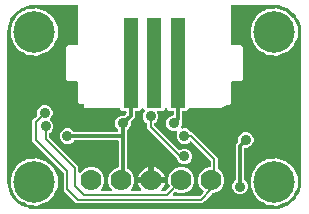
<source format=gbr>
G04 EAGLE Gerber RS-274X export*
G75*
%MOMM*%
%FSLAX34Y34*%
%LPD*%
%INBottom Copper*%
%IPPOS*%
%AMOC8*
5,1,8,0,0,1.08239X$1,22.5*%
G01*
%ADD10C,3.516000*%
%ADD11R,1.300000X7.600000*%
%ADD12C,1.778000*%
%ADD13C,0.889000*%
%ADD14C,0.203200*%
%ADD15C,0.304800*%

G36*
X101622Y-123187D02*
X101622Y-123187D01*
X101700Y-123185D01*
X105077Y-122920D01*
X105145Y-122906D01*
X105214Y-122901D01*
X105370Y-122861D01*
X111794Y-120774D01*
X111901Y-120724D01*
X112012Y-120680D01*
X112063Y-120647D01*
X112082Y-120639D01*
X112097Y-120626D01*
X112148Y-120594D01*
X117612Y-116623D01*
X117699Y-116542D01*
X117746Y-116503D01*
X117752Y-116499D01*
X117753Y-116498D01*
X117791Y-116466D01*
X117829Y-116420D01*
X117844Y-116406D01*
X117855Y-116388D01*
X117893Y-116342D01*
X119586Y-114013D01*
X119599Y-113989D01*
X119616Y-113969D01*
X119675Y-113850D01*
X119739Y-113734D01*
X119746Y-113708D01*
X119758Y-113684D01*
X119785Y-113556D01*
X119799Y-113545D01*
X119823Y-113534D01*
X119925Y-113449D01*
X120031Y-113369D01*
X120048Y-113348D01*
X120068Y-113332D01*
X120171Y-113208D01*
X121864Y-110878D01*
X121921Y-110774D01*
X121985Y-110674D01*
X122007Y-110617D01*
X122017Y-110599D01*
X122022Y-110579D01*
X122044Y-110524D01*
X124131Y-104100D01*
X124144Y-104032D01*
X124167Y-103966D01*
X124190Y-103807D01*
X124455Y-100430D01*
X124455Y-100426D01*
X124456Y-100423D01*
X124455Y-100404D01*
X124459Y-100330D01*
X124459Y26670D01*
X124457Y26692D01*
X124455Y26770D01*
X124190Y30147D01*
X124176Y30215D01*
X124171Y30284D01*
X124131Y30440D01*
X122044Y36864D01*
X121993Y36971D01*
X121950Y37082D01*
X121917Y37133D01*
X121909Y37152D01*
X121896Y37167D01*
X121864Y37218D01*
X120171Y39548D01*
X120153Y39567D01*
X120139Y39590D01*
X120044Y39683D01*
X119953Y39779D01*
X119931Y39794D01*
X119912Y39812D01*
X119798Y39878D01*
X119792Y39894D01*
X119789Y39921D01*
X119740Y40045D01*
X119697Y40170D01*
X119682Y40192D01*
X119672Y40217D01*
X119586Y40353D01*
X117893Y42682D01*
X117812Y42769D01*
X117736Y42861D01*
X117690Y42899D01*
X117676Y42914D01*
X117658Y42925D01*
X117612Y42963D01*
X116036Y44109D01*
X112148Y46934D01*
X112044Y46991D01*
X111944Y47055D01*
X111887Y47077D01*
X111869Y47087D01*
X111849Y47092D01*
X111794Y47114D01*
X105370Y49201D01*
X105302Y49214D01*
X105236Y49237D01*
X105077Y49260D01*
X101700Y49525D01*
X101678Y49524D01*
X101600Y49529D01*
X66040Y49529D01*
X65922Y49514D01*
X65803Y49507D01*
X65765Y49494D01*
X65724Y49489D01*
X65614Y49446D01*
X65501Y49409D01*
X65466Y49387D01*
X65429Y49372D01*
X65333Y49303D01*
X65232Y49239D01*
X65204Y49209D01*
X65171Y49186D01*
X65095Y49094D01*
X65014Y49007D01*
X64994Y48972D01*
X64969Y48941D01*
X64918Y48833D01*
X64860Y48729D01*
X64850Y48689D01*
X64833Y48653D01*
X64811Y48536D01*
X64781Y48421D01*
X64777Y48361D01*
X64773Y48341D01*
X64775Y48320D01*
X64771Y48260D01*
X64771Y16510D01*
X64786Y16392D01*
X64793Y16273D01*
X64806Y16235D01*
X64811Y16194D01*
X64854Y16084D01*
X64891Y15971D01*
X64913Y15936D01*
X64928Y15899D01*
X64997Y15803D01*
X65061Y15702D01*
X65091Y15674D01*
X65114Y15641D01*
X65206Y15565D01*
X65293Y15484D01*
X65328Y15464D01*
X65359Y15439D01*
X65467Y15388D01*
X65571Y15330D01*
X65611Y15320D01*
X65647Y15303D01*
X65764Y15281D01*
X65879Y15251D01*
X65939Y15247D01*
X65959Y15243D01*
X65980Y15245D01*
X66040Y15241D01*
X73442Y15241D01*
X74931Y13752D01*
X74931Y-13752D01*
X73442Y-15241D01*
X66040Y-15241D01*
X65922Y-15256D01*
X65803Y-15263D01*
X65765Y-15276D01*
X65724Y-15281D01*
X65614Y-15324D01*
X65501Y-15361D01*
X65466Y-15383D01*
X65429Y-15398D01*
X65333Y-15467D01*
X65232Y-15531D01*
X65204Y-15561D01*
X65171Y-15584D01*
X65095Y-15676D01*
X65014Y-15763D01*
X64994Y-15798D01*
X64969Y-15829D01*
X64918Y-15937D01*
X64860Y-16041D01*
X64850Y-16081D01*
X64833Y-16117D01*
X64811Y-16234D01*
X64781Y-16349D01*
X64777Y-16409D01*
X64773Y-16429D01*
X64775Y-16450D01*
X64771Y-16510D01*
X64771Y-34072D01*
X63282Y-35561D01*
X60960Y-35561D01*
X60842Y-35576D01*
X60723Y-35583D01*
X60685Y-35596D01*
X60644Y-35601D01*
X60534Y-35644D01*
X60421Y-35681D01*
X60386Y-35703D01*
X60349Y-35718D01*
X60253Y-35787D01*
X60152Y-35851D01*
X60124Y-35881D01*
X60091Y-35904D01*
X60016Y-35996D01*
X59934Y-36083D01*
X59914Y-36118D01*
X59889Y-36149D01*
X59838Y-36257D01*
X59780Y-36361D01*
X59770Y-36401D01*
X59753Y-36437D01*
X59731Y-36554D01*
X59701Y-36669D01*
X59697Y-36729D01*
X59693Y-36749D01*
X59695Y-36770D01*
X59691Y-36830D01*
X59691Y-38101D01*
X29800Y-38101D01*
X29702Y-38113D01*
X29602Y-38116D01*
X29544Y-38133D01*
X29484Y-38141D01*
X29392Y-38177D01*
X29297Y-38205D01*
X29245Y-38235D01*
X29188Y-38258D01*
X29108Y-38316D01*
X29023Y-38366D01*
X28948Y-38432D01*
X28931Y-38444D01*
X28923Y-38454D01*
X28902Y-38473D01*
X27342Y-40033D01*
X24826Y-40033D01*
X24708Y-40048D01*
X24589Y-40055D01*
X24551Y-40068D01*
X24510Y-40073D01*
X24400Y-40116D01*
X24287Y-40153D01*
X24252Y-40175D01*
X24215Y-40190D01*
X24119Y-40259D01*
X24018Y-40323D01*
X23990Y-40353D01*
X23957Y-40376D01*
X23881Y-40468D01*
X23800Y-40555D01*
X23780Y-40590D01*
X23755Y-40621D01*
X23704Y-40729D01*
X23646Y-40833D01*
X23636Y-40873D01*
X23619Y-40909D01*
X23597Y-41026D01*
X23567Y-41141D01*
X23563Y-41201D01*
X23559Y-41221D01*
X23561Y-41242D01*
X23557Y-41302D01*
X23557Y-48783D01*
X23359Y-48980D01*
X23299Y-49059D01*
X23231Y-49131D01*
X23202Y-49184D01*
X23165Y-49232D01*
X23125Y-49323D01*
X23077Y-49409D01*
X23062Y-49468D01*
X23038Y-49524D01*
X23023Y-49622D01*
X22998Y-49717D01*
X22992Y-49817D01*
X22988Y-49838D01*
X22990Y-49850D01*
X22988Y-49878D01*
X22988Y-52089D01*
X22418Y-53464D01*
X22381Y-53598D01*
X22340Y-53731D01*
X22339Y-53751D01*
X22334Y-53771D01*
X22332Y-53910D01*
X22325Y-54049D01*
X22329Y-54068D01*
X22329Y-54089D01*
X22362Y-54224D01*
X22390Y-54360D01*
X22398Y-54378D01*
X22403Y-54398D01*
X22468Y-54521D01*
X22529Y-54646D01*
X22542Y-54661D01*
X22552Y-54679D01*
X22645Y-54782D01*
X22736Y-54888D01*
X22752Y-54899D01*
X22766Y-54914D01*
X22882Y-54991D01*
X22996Y-55071D01*
X23015Y-55078D01*
X23032Y-55089D01*
X23163Y-55134D01*
X23293Y-55184D01*
X23313Y-55186D01*
X23332Y-55192D01*
X23471Y-55203D01*
X23609Y-55219D01*
X23629Y-55216D01*
X23649Y-55218D01*
X23787Y-55194D01*
X23924Y-55174D01*
X23951Y-55165D01*
X23963Y-55163D01*
X23982Y-55155D01*
X24076Y-55122D01*
X24088Y-55117D01*
X26666Y-55117D01*
X29046Y-56103D01*
X30928Y-57985D01*
X30959Y-58039D01*
X30979Y-58060D01*
X30995Y-58085D01*
X31090Y-58174D01*
X31180Y-58267D01*
X31205Y-58283D01*
X31227Y-58303D01*
X31340Y-58366D01*
X31451Y-58434D01*
X31479Y-58442D01*
X31505Y-58457D01*
X31631Y-58489D01*
X31755Y-58527D01*
X31784Y-58529D01*
X31813Y-58536D01*
X31974Y-58546D01*
X32355Y-58546D01*
X34512Y-60704D01*
X51691Y-77883D01*
X53849Y-80040D01*
X53849Y-88704D01*
X53852Y-88734D01*
X53850Y-88763D01*
X53872Y-88891D01*
X53889Y-89020D01*
X53899Y-89047D01*
X53905Y-89076D01*
X53958Y-89195D01*
X54006Y-89315D01*
X54023Y-89339D01*
X54035Y-89366D01*
X54116Y-89468D01*
X54192Y-89573D01*
X54215Y-89592D01*
X54234Y-89615D01*
X54337Y-89693D01*
X54351Y-89704D01*
X57520Y-92873D01*
X59183Y-96887D01*
X59183Y-101233D01*
X57520Y-105247D01*
X54447Y-108320D01*
X50433Y-109983D01*
X49795Y-109983D01*
X49696Y-109995D01*
X49597Y-109998D01*
X49539Y-110015D01*
X49479Y-110023D01*
X49387Y-110059D01*
X49292Y-110087D01*
X49240Y-110117D01*
X49183Y-110140D01*
X49103Y-110198D01*
X49018Y-110248D01*
X48943Y-110314D01*
X48926Y-110326D01*
X48918Y-110336D01*
X48897Y-110354D01*
X42790Y-116461D01*
X40633Y-118619D01*
X-66033Y-118619D01*
X-68190Y-116461D01*
X-76709Y-107943D01*
X-76709Y-93229D01*
X-76721Y-93130D01*
X-76724Y-93031D01*
X-76741Y-92973D01*
X-76749Y-92913D01*
X-76785Y-92821D01*
X-76813Y-92726D01*
X-76843Y-92674D01*
X-76866Y-92617D01*
X-76924Y-92537D01*
X-76974Y-92452D01*
X-77040Y-92377D01*
X-77052Y-92360D01*
X-77062Y-92352D01*
X-77080Y-92331D01*
X-103379Y-66033D01*
X-103379Y-48267D01*
X-101221Y-46110D01*
X-99530Y-44419D01*
X-99512Y-44395D01*
X-99489Y-44376D01*
X-99415Y-44270D01*
X-99335Y-44168D01*
X-99324Y-44140D01*
X-99306Y-44116D01*
X-99261Y-43995D01*
X-99209Y-43876D01*
X-99204Y-43846D01*
X-99194Y-43818D01*
X-99180Y-43690D01*
X-99159Y-43562D01*
X-99162Y-43532D01*
X-99159Y-43502D01*
X-99177Y-43374D01*
X-99188Y-43259D01*
X-99188Y-40621D01*
X-98202Y-38241D01*
X-96379Y-36418D01*
X-93999Y-35432D01*
X-91421Y-35432D01*
X-89041Y-36418D01*
X-87218Y-38241D01*
X-86232Y-40621D01*
X-86232Y-43199D01*
X-87218Y-45579D01*
X-88049Y-46410D01*
X-88122Y-46504D01*
X-88201Y-46593D01*
X-88219Y-46629D01*
X-88244Y-46661D01*
X-88291Y-46770D01*
X-88345Y-46877D01*
X-88354Y-46916D01*
X-88370Y-46953D01*
X-88389Y-47071D01*
X-88415Y-47187D01*
X-88414Y-47227D01*
X-88420Y-47267D01*
X-88409Y-47386D01*
X-88405Y-47505D01*
X-88394Y-47544D01*
X-88390Y-47584D01*
X-88350Y-47696D01*
X-88317Y-47810D01*
X-88297Y-47845D01*
X-88283Y-47883D01*
X-88216Y-47982D01*
X-88156Y-48084D01*
X-88116Y-48129D01*
X-88104Y-48146D01*
X-88089Y-48160D01*
X-88049Y-48205D01*
X-86583Y-49671D01*
X-85597Y-52051D01*
X-85597Y-54629D01*
X-86583Y-57009D01*
X-88465Y-58891D01*
X-88519Y-58922D01*
X-88540Y-58942D01*
X-88565Y-58958D01*
X-88654Y-59053D01*
X-88747Y-59143D01*
X-88763Y-59168D01*
X-88783Y-59190D01*
X-88846Y-59303D01*
X-88914Y-59414D01*
X-88922Y-59442D01*
X-88937Y-59468D01*
X-88969Y-59594D01*
X-89007Y-59718D01*
X-89009Y-59747D01*
X-89016Y-59776D01*
X-89026Y-59937D01*
X-89026Y-62346D01*
X-89014Y-62445D01*
X-89011Y-62544D01*
X-88994Y-62602D01*
X-88986Y-62662D01*
X-88950Y-62754D01*
X-88922Y-62849D01*
X-88892Y-62901D01*
X-88869Y-62958D01*
X-88811Y-63038D01*
X-88761Y-63123D01*
X-88695Y-63198D01*
X-88683Y-63215D01*
X-88673Y-63223D01*
X-88655Y-63244D01*
X-64261Y-87637D01*
X-64261Y-91470D01*
X-64245Y-91600D01*
X-64239Y-91695D01*
X-64234Y-91709D01*
X-64231Y-91746D01*
X-64224Y-91765D01*
X-64221Y-91786D01*
X-64170Y-91914D01*
X-64144Y-91987D01*
X-64141Y-91997D01*
X-64140Y-91999D01*
X-64123Y-92046D01*
X-64112Y-92062D01*
X-64104Y-92081D01*
X-64023Y-92194D01*
X-63945Y-92309D01*
X-63929Y-92322D01*
X-63918Y-92339D01*
X-63810Y-92427D01*
X-63706Y-92519D01*
X-63688Y-92528D01*
X-63673Y-92541D01*
X-63547Y-92601D01*
X-63423Y-92664D01*
X-63403Y-92668D01*
X-63385Y-92677D01*
X-63249Y-92703D01*
X-63113Y-92733D01*
X-63092Y-92733D01*
X-63073Y-92737D01*
X-62934Y-92728D01*
X-62795Y-92724D01*
X-62775Y-92718D01*
X-62755Y-92717D01*
X-62623Y-92674D01*
X-62489Y-92635D01*
X-62472Y-92625D01*
X-62453Y-92619D01*
X-62388Y-92578D01*
X-62369Y-92570D01*
X-62325Y-92538D01*
X-62215Y-92474D01*
X-62194Y-92455D01*
X-62184Y-92449D01*
X-62170Y-92434D01*
X-62119Y-92389D01*
X-62111Y-92384D01*
X-62108Y-92379D01*
X-62095Y-92367D01*
X-59527Y-89800D01*
X-55513Y-88137D01*
X-51167Y-88137D01*
X-47153Y-89800D01*
X-44080Y-92873D01*
X-42417Y-96887D01*
X-42417Y-101233D01*
X-44080Y-105247D01*
X-45123Y-106291D01*
X-45208Y-106400D01*
X-45297Y-106507D01*
X-45306Y-106526D01*
X-45318Y-106542D01*
X-45374Y-106669D01*
X-45433Y-106795D01*
X-45437Y-106815D01*
X-45445Y-106834D01*
X-45467Y-106972D01*
X-45493Y-107108D01*
X-45491Y-107128D01*
X-45495Y-107148D01*
X-45482Y-107287D01*
X-45473Y-107425D01*
X-45467Y-107444D01*
X-45465Y-107464D01*
X-45418Y-107596D01*
X-45375Y-107727D01*
X-45364Y-107745D01*
X-45357Y-107764D01*
X-45279Y-107879D01*
X-45205Y-107996D01*
X-45190Y-108010D01*
X-45179Y-108027D01*
X-45075Y-108119D01*
X-44973Y-108214D01*
X-44955Y-108224D01*
X-44940Y-108237D01*
X-44816Y-108300D01*
X-44695Y-108368D01*
X-44675Y-108373D01*
X-44657Y-108382D01*
X-44521Y-108412D01*
X-44387Y-108447D01*
X-44359Y-108449D01*
X-44347Y-108452D01*
X-44326Y-108451D01*
X-44226Y-108457D01*
X-37054Y-108457D01*
X-36916Y-108440D01*
X-36778Y-108427D01*
X-36759Y-108420D01*
X-36738Y-108417D01*
X-36609Y-108366D01*
X-36478Y-108319D01*
X-36462Y-108308D01*
X-36443Y-108300D01*
X-36331Y-108219D01*
X-36215Y-108141D01*
X-36202Y-108125D01*
X-36185Y-108114D01*
X-36097Y-108006D01*
X-36005Y-107902D01*
X-35996Y-107884D01*
X-35983Y-107869D01*
X-35923Y-107743D01*
X-35860Y-107619D01*
X-35856Y-107599D01*
X-35847Y-107581D01*
X-35821Y-107444D01*
X-35791Y-107309D01*
X-35791Y-107288D01*
X-35787Y-107269D01*
X-35796Y-107130D01*
X-35800Y-106991D01*
X-35806Y-106971D01*
X-35807Y-106951D01*
X-35850Y-106819D01*
X-35889Y-106685D01*
X-35899Y-106668D01*
X-35905Y-106649D01*
X-35980Y-106531D01*
X-36050Y-106411D01*
X-36069Y-106390D01*
X-36075Y-106380D01*
X-36090Y-106366D01*
X-36157Y-106291D01*
X-37200Y-105247D01*
X-38863Y-101233D01*
X-38863Y-96887D01*
X-37200Y-92873D01*
X-34127Y-89800D01*
X-31010Y-88509D01*
X-30985Y-88494D01*
X-30957Y-88485D01*
X-30847Y-88416D01*
X-30734Y-88352D01*
X-30713Y-88331D01*
X-30688Y-88315D01*
X-30599Y-88221D01*
X-30506Y-88130D01*
X-30490Y-88105D01*
X-30470Y-88084D01*
X-30407Y-87970D01*
X-30339Y-87859D01*
X-30331Y-87831D01*
X-30316Y-87805D01*
X-30284Y-87679D01*
X-30246Y-87555D01*
X-30244Y-87526D01*
X-30237Y-87497D01*
X-30227Y-87336D01*
X-30227Y-66421D01*
X-30242Y-66303D01*
X-30249Y-66184D01*
X-30262Y-66146D01*
X-30267Y-66105D01*
X-30310Y-65995D01*
X-30347Y-65882D01*
X-30369Y-65847D01*
X-30384Y-65810D01*
X-30453Y-65714D01*
X-30517Y-65613D01*
X-30547Y-65585D01*
X-30570Y-65552D01*
X-30662Y-65476D01*
X-30749Y-65395D01*
X-30784Y-65375D01*
X-30815Y-65350D01*
X-30923Y-65299D01*
X-31027Y-65241D01*
X-31067Y-65231D01*
X-31103Y-65214D01*
X-31220Y-65192D01*
X-31335Y-65162D01*
X-31395Y-65158D01*
X-31415Y-65154D01*
X-31436Y-65156D01*
X-31496Y-65152D01*
X-67530Y-65152D01*
X-67628Y-65164D01*
X-67727Y-65167D01*
X-67786Y-65184D01*
X-67846Y-65192D01*
X-67938Y-65228D01*
X-68033Y-65256D01*
X-68085Y-65286D01*
X-68141Y-65309D01*
X-68221Y-65367D01*
X-68307Y-65417D01*
X-68382Y-65483D01*
X-68399Y-65495D01*
X-68406Y-65505D01*
X-68428Y-65523D01*
X-69991Y-67087D01*
X-72371Y-68073D01*
X-74949Y-68073D01*
X-77329Y-67087D01*
X-79152Y-65264D01*
X-80138Y-62884D01*
X-80138Y-60306D01*
X-79152Y-57926D01*
X-77329Y-56103D01*
X-74949Y-55117D01*
X-72371Y-55117D01*
X-69991Y-56103D01*
X-68428Y-57667D01*
X-68349Y-57727D01*
X-68277Y-57795D01*
X-68224Y-57824D01*
X-68176Y-57861D01*
X-68085Y-57901D01*
X-67999Y-57949D01*
X-67940Y-57964D01*
X-67884Y-57988D01*
X-67786Y-58003D01*
X-67691Y-58028D01*
X-67591Y-58034D01*
X-67570Y-58038D01*
X-67558Y-58036D01*
X-67530Y-58038D01*
X-31657Y-58038D01*
X-31519Y-58021D01*
X-31380Y-58008D01*
X-31361Y-58001D01*
X-31341Y-57998D01*
X-31212Y-57947D01*
X-31081Y-57900D01*
X-31064Y-57889D01*
X-31046Y-57881D01*
X-30933Y-57800D01*
X-30818Y-57722D01*
X-30805Y-57706D01*
X-30788Y-57695D01*
X-30699Y-57587D01*
X-30608Y-57483D01*
X-30598Y-57465D01*
X-30585Y-57450D01*
X-30526Y-57324D01*
X-30463Y-57200D01*
X-30459Y-57180D01*
X-30450Y-57162D01*
X-30424Y-57025D01*
X-30393Y-56890D01*
X-30394Y-56869D01*
X-30390Y-56850D01*
X-30399Y-56711D01*
X-30403Y-56572D01*
X-30409Y-56552D01*
X-30410Y-56532D01*
X-30453Y-56400D01*
X-30491Y-56266D01*
X-30502Y-56249D01*
X-30508Y-56230D01*
X-30582Y-56112D01*
X-30653Y-55992D01*
X-30672Y-55971D01*
X-30678Y-55961D01*
X-30693Y-55947D01*
X-30759Y-55872D01*
X-32162Y-54469D01*
X-33148Y-52089D01*
X-33148Y-49511D01*
X-32162Y-47131D01*
X-30339Y-45308D01*
X-27959Y-44322D01*
X-25748Y-44322D01*
X-25650Y-44310D01*
X-25551Y-44307D01*
X-25493Y-44290D01*
X-25432Y-44282D01*
X-25340Y-44246D01*
X-25245Y-44218D01*
X-25193Y-44188D01*
X-25137Y-44165D01*
X-25057Y-44107D01*
X-24971Y-44057D01*
X-24896Y-43991D01*
X-24879Y-43979D01*
X-24872Y-43969D01*
X-24850Y-43951D01*
X-23928Y-43029D01*
X-23868Y-42950D01*
X-23800Y-42878D01*
X-23771Y-42825D01*
X-23734Y-42777D01*
X-23694Y-42686D01*
X-23646Y-42600D01*
X-23631Y-42541D01*
X-23607Y-42485D01*
X-23592Y-42387D01*
X-23567Y-42292D01*
X-23561Y-42192D01*
X-23557Y-42171D01*
X-23559Y-42159D01*
X-23557Y-42131D01*
X-23557Y-41302D01*
X-23572Y-41184D01*
X-23579Y-41065D01*
X-23592Y-41027D01*
X-23597Y-40986D01*
X-23640Y-40876D01*
X-23677Y-40763D01*
X-23699Y-40728D01*
X-23714Y-40691D01*
X-23783Y-40595D01*
X-23847Y-40494D01*
X-23877Y-40466D01*
X-23900Y-40433D01*
X-23992Y-40357D01*
X-24079Y-40276D01*
X-24114Y-40256D01*
X-24145Y-40231D01*
X-24253Y-40180D01*
X-24357Y-40122D01*
X-24397Y-40112D01*
X-24433Y-40095D01*
X-24550Y-40073D01*
X-24665Y-40043D01*
X-24725Y-40039D01*
X-24745Y-40035D01*
X-24766Y-40037D01*
X-24826Y-40033D01*
X-27342Y-40033D01*
X-28902Y-38473D01*
X-28980Y-38412D01*
X-29053Y-38344D01*
X-29106Y-38315D01*
X-29153Y-38278D01*
X-29244Y-38238D01*
X-29331Y-38190D01*
X-29390Y-38175D01*
X-29445Y-38151D01*
X-29543Y-38136D01*
X-29639Y-38111D01*
X-29739Y-38105D01*
X-29759Y-38101D01*
X-29772Y-38103D01*
X-29800Y-38101D01*
X-59691Y-38101D01*
X-59691Y-35560D01*
X-59706Y-35442D01*
X-59713Y-35323D01*
X-59726Y-35285D01*
X-59731Y-35244D01*
X-59774Y-35134D01*
X-59811Y-35021D01*
X-59833Y-34986D01*
X-59848Y-34949D01*
X-59918Y-34853D01*
X-59981Y-34752D01*
X-60011Y-34724D01*
X-60034Y-34691D01*
X-60126Y-34615D01*
X-60213Y-34534D01*
X-60248Y-34514D01*
X-60279Y-34489D01*
X-60387Y-34438D01*
X-60491Y-34380D01*
X-60531Y-34370D01*
X-60567Y-34353D01*
X-60684Y-34331D01*
X-60799Y-34301D01*
X-60860Y-34297D01*
X-60880Y-34293D01*
X-60900Y-34295D01*
X-60960Y-34291D01*
X-63282Y-34291D01*
X-64771Y-32802D01*
X-64771Y-16510D01*
X-64786Y-16392D01*
X-64793Y-16273D01*
X-64806Y-16235D01*
X-64811Y-16194D01*
X-64854Y-16084D01*
X-64891Y-15971D01*
X-64913Y-15936D01*
X-64928Y-15899D01*
X-64997Y-15803D01*
X-65061Y-15702D01*
X-65091Y-15674D01*
X-65114Y-15641D01*
X-65206Y-15565D01*
X-65293Y-15484D01*
X-65328Y-15464D01*
X-65359Y-15439D01*
X-65467Y-15388D01*
X-65571Y-15330D01*
X-65611Y-15320D01*
X-65647Y-15303D01*
X-65764Y-15281D01*
X-65879Y-15251D01*
X-65939Y-15247D01*
X-65959Y-15243D01*
X-65980Y-15245D01*
X-66040Y-15241D01*
X-73442Y-15241D01*
X-74931Y-13752D01*
X-74931Y13752D01*
X-73442Y15241D01*
X-66040Y15241D01*
X-65922Y15256D01*
X-65803Y15263D01*
X-65765Y15276D01*
X-65724Y15281D01*
X-65614Y15324D01*
X-65501Y15361D01*
X-65466Y15383D01*
X-65429Y15398D01*
X-65333Y15467D01*
X-65232Y15531D01*
X-65204Y15561D01*
X-65171Y15584D01*
X-65095Y15676D01*
X-65014Y15763D01*
X-64994Y15798D01*
X-64969Y15829D01*
X-64918Y15937D01*
X-64860Y16041D01*
X-64850Y16081D01*
X-64833Y16117D01*
X-64811Y16234D01*
X-64781Y16349D01*
X-64777Y16409D01*
X-64773Y16429D01*
X-64775Y16450D01*
X-64771Y16510D01*
X-64771Y48260D01*
X-64786Y48378D01*
X-64793Y48497D01*
X-64806Y48535D01*
X-64811Y48576D01*
X-64854Y48686D01*
X-64891Y48799D01*
X-64913Y48834D01*
X-64928Y48871D01*
X-64997Y48967D01*
X-65061Y49068D01*
X-65091Y49096D01*
X-65114Y49129D01*
X-65206Y49205D01*
X-65293Y49286D01*
X-65328Y49306D01*
X-65359Y49331D01*
X-65467Y49382D01*
X-65571Y49440D01*
X-65611Y49450D01*
X-65647Y49467D01*
X-65764Y49489D01*
X-65879Y49519D01*
X-65939Y49523D01*
X-65959Y49527D01*
X-65980Y49525D01*
X-66040Y49529D01*
X-101600Y49529D01*
X-101622Y49527D01*
X-101700Y49525D01*
X-105077Y49260D01*
X-105145Y49246D01*
X-105214Y49241D01*
X-105370Y49201D01*
X-108108Y48311D01*
X-108133Y48300D01*
X-108159Y48294D01*
X-108276Y48233D01*
X-108396Y48176D01*
X-108417Y48159D01*
X-108440Y48147D01*
X-108538Y48059D01*
X-108555Y48058D01*
X-108582Y48063D01*
X-108714Y48055D01*
X-108847Y48053D01*
X-108872Y48045D01*
X-108899Y48044D01*
X-109055Y48004D01*
X-111794Y47114D01*
X-111901Y47064D01*
X-112012Y47020D01*
X-112063Y46987D01*
X-112082Y46979D01*
X-112097Y46966D01*
X-112148Y46934D01*
X-117612Y42963D01*
X-117699Y42882D01*
X-117791Y42806D01*
X-117829Y42760D01*
X-117844Y42746D01*
X-117855Y42728D01*
X-117893Y42682D01*
X-121864Y37218D01*
X-121921Y37114D01*
X-121985Y37014D01*
X-122007Y36957D01*
X-122017Y36939D01*
X-122022Y36919D01*
X-122044Y36864D01*
X-124131Y30440D01*
X-124144Y30372D01*
X-124167Y30306D01*
X-124190Y30147D01*
X-124455Y26770D01*
X-124454Y26748D01*
X-124459Y26670D01*
X-124459Y-100330D01*
X-124457Y-100352D01*
X-124455Y-100430D01*
X-124190Y-103807D01*
X-124176Y-103875D01*
X-124171Y-103944D01*
X-124131Y-104100D01*
X-122044Y-110524D01*
X-121994Y-110631D01*
X-121950Y-110742D01*
X-121917Y-110793D01*
X-121909Y-110812D01*
X-121896Y-110827D01*
X-121864Y-110878D01*
X-117893Y-116342D01*
X-117873Y-116364D01*
X-117862Y-116382D01*
X-117816Y-116425D01*
X-117812Y-116429D01*
X-117736Y-116521D01*
X-117690Y-116559D01*
X-117676Y-116574D01*
X-117658Y-116585D01*
X-117612Y-116623D01*
X-112148Y-120594D01*
X-112044Y-120651D01*
X-111944Y-120715D01*
X-111887Y-120737D01*
X-111869Y-120747D01*
X-111849Y-120752D01*
X-111794Y-120774D01*
X-109055Y-121664D01*
X-109029Y-121669D01*
X-109004Y-121679D01*
X-108873Y-121699D01*
X-108743Y-121724D01*
X-108716Y-121722D01*
X-108690Y-121726D01*
X-108559Y-121712D01*
X-108545Y-121722D01*
X-108526Y-121741D01*
X-108415Y-121812D01*
X-108306Y-121888D01*
X-108281Y-121898D01*
X-108258Y-121912D01*
X-108108Y-121971D01*
X-105370Y-122861D01*
X-105302Y-122874D01*
X-105236Y-122897D01*
X-105077Y-122920D01*
X-101700Y-123185D01*
X-101678Y-123184D01*
X-101600Y-123189D01*
X101600Y-123189D01*
X101622Y-123187D01*
G37*
G36*
X37680Y-112509D02*
X37680Y-112509D01*
X37779Y-112506D01*
X37837Y-112489D01*
X37897Y-112481D01*
X37989Y-112445D01*
X38084Y-112417D01*
X38136Y-112387D01*
X38193Y-112364D01*
X38273Y-112306D01*
X38358Y-112256D01*
X38433Y-112190D01*
X38450Y-112178D01*
X38458Y-112168D01*
X38479Y-112150D01*
X41293Y-109335D01*
X41366Y-109241D01*
X41445Y-109152D01*
X41463Y-109116D01*
X41488Y-109084D01*
X41535Y-108975D01*
X41590Y-108869D01*
X41598Y-108829D01*
X41614Y-108792D01*
X41633Y-108674D01*
X41659Y-108558D01*
X41658Y-108518D01*
X41664Y-108478D01*
X41653Y-108359D01*
X41650Y-108241D01*
X41638Y-108202D01*
X41635Y-108161D01*
X41594Y-108049D01*
X41561Y-107935D01*
X41541Y-107900D01*
X41527Y-107862D01*
X41460Y-107764D01*
X41400Y-107661D01*
X41360Y-107616D01*
X41348Y-107599D01*
X41333Y-107586D01*
X41293Y-107540D01*
X39000Y-105247D01*
X37337Y-101233D01*
X37337Y-96887D01*
X39000Y-92873D01*
X42073Y-89800D01*
X46087Y-88137D01*
X46482Y-88137D01*
X46600Y-88122D01*
X46719Y-88115D01*
X46757Y-88102D01*
X46798Y-88097D01*
X46908Y-88054D01*
X47021Y-88017D01*
X47056Y-87995D01*
X47093Y-87980D01*
X47189Y-87911D01*
X47290Y-87847D01*
X47318Y-87817D01*
X47351Y-87794D01*
X47427Y-87702D01*
X47508Y-87615D01*
X47528Y-87580D01*
X47553Y-87549D01*
X47604Y-87441D01*
X47662Y-87337D01*
X47672Y-87297D01*
X47689Y-87261D01*
X47711Y-87144D01*
X47741Y-87029D01*
X47745Y-86969D01*
X47749Y-86949D01*
X47747Y-86928D01*
X47751Y-86868D01*
X47751Y-83092D01*
X47739Y-82993D01*
X47736Y-82894D01*
X47719Y-82836D01*
X47711Y-82776D01*
X47675Y-82684D01*
X47647Y-82589D01*
X47617Y-82537D01*
X47594Y-82480D01*
X47536Y-82400D01*
X47486Y-82315D01*
X47420Y-82240D01*
X47408Y-82223D01*
X47398Y-82215D01*
X47380Y-82194D01*
X31557Y-66371D01*
X31462Y-66298D01*
X31373Y-66219D01*
X31337Y-66201D01*
X31305Y-66176D01*
X31196Y-66129D01*
X31090Y-66075D01*
X31051Y-66066D01*
X31014Y-66050D01*
X30896Y-66031D01*
X30780Y-66005D01*
X30739Y-66006D01*
X30699Y-66000D01*
X30581Y-66011D01*
X30462Y-66015D01*
X30423Y-66026D01*
X30383Y-66030D01*
X30271Y-66070D01*
X30156Y-66103D01*
X30122Y-66124D01*
X30084Y-66137D01*
X29985Y-66204D01*
X29882Y-66265D01*
X29837Y-66305D01*
X29820Y-66316D01*
X29807Y-66331D01*
X29762Y-66371D01*
X29046Y-67087D01*
X26666Y-68073D01*
X24088Y-68073D01*
X21708Y-67087D01*
X19885Y-65264D01*
X18899Y-62884D01*
X18899Y-60306D01*
X19469Y-58931D01*
X19481Y-58887D01*
X19498Y-58850D01*
X19513Y-58773D01*
X19547Y-58664D01*
X19548Y-58644D01*
X19553Y-58624D01*
X19554Y-58559D01*
X19558Y-58538D01*
X19555Y-58490D01*
X19555Y-58485D01*
X19562Y-58346D01*
X19558Y-58327D01*
X19558Y-58306D01*
X19539Y-58225D01*
X19538Y-58221D01*
X19535Y-58211D01*
X19525Y-58171D01*
X19497Y-58035D01*
X19489Y-58017D01*
X19484Y-57997D01*
X19419Y-57874D01*
X19358Y-57749D01*
X19345Y-57734D01*
X19335Y-57716D01*
X19242Y-57613D01*
X19151Y-57507D01*
X19135Y-57496D01*
X19121Y-57481D01*
X19005Y-57404D01*
X18891Y-57324D01*
X18872Y-57317D01*
X18855Y-57306D01*
X18724Y-57261D01*
X18594Y-57211D01*
X18574Y-57209D01*
X18555Y-57203D01*
X18416Y-57192D01*
X18278Y-57176D01*
X18258Y-57179D01*
X18238Y-57177D01*
X18100Y-57201D01*
X17963Y-57221D01*
X17936Y-57230D01*
X17924Y-57232D01*
X17905Y-57240D01*
X17811Y-57273D01*
X17799Y-57278D01*
X15221Y-57278D01*
X12841Y-56292D01*
X11018Y-54469D01*
X10032Y-52089D01*
X10032Y-49511D01*
X11018Y-47131D01*
X12841Y-45308D01*
X15242Y-44314D01*
X15292Y-44307D01*
X15411Y-44300D01*
X15449Y-44287D01*
X15490Y-44282D01*
X15600Y-44239D01*
X15713Y-44202D01*
X15748Y-44180D01*
X15785Y-44165D01*
X15881Y-44096D01*
X15982Y-44032D01*
X16010Y-44002D01*
X16043Y-43979D01*
X16119Y-43887D01*
X16200Y-43800D01*
X16220Y-43765D01*
X16245Y-43734D01*
X16296Y-43626D01*
X16354Y-43522D01*
X16364Y-43482D01*
X16381Y-43446D01*
X16403Y-43329D01*
X16433Y-43214D01*
X16437Y-43154D01*
X16441Y-43134D01*
X16439Y-43113D01*
X16443Y-43053D01*
X16443Y-41302D01*
X16428Y-41184D01*
X16421Y-41065D01*
X16408Y-41027D01*
X16403Y-40986D01*
X16360Y-40876D01*
X16323Y-40763D01*
X16301Y-40728D01*
X16286Y-40691D01*
X16217Y-40595D01*
X16153Y-40494D01*
X16123Y-40466D01*
X16100Y-40433D01*
X16008Y-40357D01*
X15921Y-40276D01*
X15886Y-40256D01*
X15855Y-40231D01*
X15747Y-40180D01*
X15643Y-40122D01*
X15603Y-40112D01*
X15567Y-40095D01*
X15450Y-40073D01*
X15335Y-40043D01*
X15275Y-40039D01*
X15255Y-40035D01*
X15234Y-40037D01*
X15174Y-40033D01*
X12658Y-40033D01*
X11098Y-38473D01*
X11020Y-38412D01*
X10947Y-38344D01*
X10894Y-38315D01*
X10847Y-38278D01*
X10756Y-38238D01*
X10669Y-38190D01*
X10610Y-38175D01*
X10555Y-38151D01*
X10457Y-38136D01*
X10361Y-38111D01*
X10261Y-38105D01*
X10241Y-38101D01*
X10228Y-38103D01*
X10200Y-38101D01*
X9800Y-38101D01*
X9702Y-38113D01*
X9602Y-38116D01*
X9544Y-38133D01*
X9484Y-38141D01*
X9392Y-38177D01*
X9297Y-38205D01*
X9245Y-38235D01*
X9188Y-38258D01*
X9108Y-38316D01*
X9023Y-38366D01*
X8948Y-38432D01*
X8931Y-38444D01*
X8923Y-38454D01*
X8902Y-38473D01*
X7342Y-40033D01*
X3773Y-40033D01*
X3723Y-40039D01*
X3674Y-40037D01*
X3566Y-40059D01*
X3457Y-40073D01*
X3411Y-40091D01*
X3362Y-40101D01*
X3264Y-40149D01*
X3161Y-40190D01*
X3121Y-40219D01*
X3076Y-40241D01*
X2993Y-40312D01*
X2904Y-40376D01*
X2872Y-40415D01*
X2834Y-40447D01*
X2771Y-40537D01*
X2701Y-40621D01*
X2680Y-40666D01*
X2651Y-40707D01*
X2612Y-40810D01*
X2566Y-40909D01*
X2556Y-40958D01*
X2539Y-41004D01*
X2526Y-41114D01*
X2506Y-41221D01*
X2509Y-41271D01*
X2503Y-41320D01*
X2519Y-41429D01*
X2526Y-41539D01*
X2541Y-41586D01*
X2548Y-41635D01*
X2600Y-41788D01*
X3303Y-43484D01*
X3303Y-46062D01*
X2317Y-48442D01*
X435Y-50324D01*
X381Y-50355D01*
X360Y-50375D01*
X335Y-50391D01*
X246Y-50486D01*
X153Y-50576D01*
X137Y-50601D01*
X117Y-50623D01*
X54Y-50736D01*
X-14Y-50847D01*
X-22Y-50875D01*
X-37Y-50901D01*
X-69Y-51027D01*
X-107Y-51151D01*
X-109Y-51180D01*
X-116Y-51209D01*
X-126Y-51370D01*
X-126Y-51874D01*
X-114Y-51973D01*
X-111Y-52072D01*
X-94Y-52130D01*
X-86Y-52190D01*
X-50Y-52282D01*
X-22Y-52377D01*
X8Y-52429D01*
X31Y-52486D01*
X89Y-52566D01*
X139Y-52651D01*
X205Y-52726D01*
X217Y-52743D01*
X227Y-52751D01*
X245Y-52772D01*
X20418Y-72944D01*
X20441Y-72962D01*
X20460Y-72985D01*
X20566Y-73059D01*
X20669Y-73139D01*
X20696Y-73151D01*
X20720Y-73168D01*
X20842Y-73214D01*
X20961Y-73265D01*
X20990Y-73270D01*
X21018Y-73281D01*
X21147Y-73295D01*
X21275Y-73315D01*
X21304Y-73313D01*
X21334Y-73316D01*
X21462Y-73298D01*
X21592Y-73286D01*
X21619Y-73276D01*
X21649Y-73271D01*
X21801Y-73219D01*
X24111Y-72262D01*
X26689Y-72262D01*
X29069Y-73248D01*
X30892Y-75071D01*
X31878Y-77451D01*
X31878Y-80029D01*
X30892Y-82409D01*
X29069Y-84232D01*
X26689Y-85218D01*
X24111Y-85218D01*
X21731Y-84232D01*
X19908Y-82409D01*
X19050Y-80336D01*
X19045Y-80328D01*
X19042Y-80319D01*
X18966Y-80190D01*
X18892Y-80059D01*
X18885Y-80053D01*
X18881Y-80045D01*
X18774Y-79924D01*
X18482Y-79631D01*
X-4066Y-57083D01*
X-6224Y-54926D01*
X-6224Y-51370D01*
X-6227Y-51340D01*
X-6225Y-51311D01*
X-6247Y-51183D01*
X-6264Y-51054D01*
X-6274Y-51027D01*
X-6280Y-50997D01*
X-6333Y-50879D01*
X-6381Y-50758D01*
X-6398Y-50735D01*
X-6410Y-50708D01*
X-6491Y-50606D01*
X-6567Y-50501D01*
X-6590Y-50482D01*
X-6609Y-50459D01*
X-6713Y-50381D01*
X-6802Y-50307D01*
X-8667Y-48442D01*
X-9653Y-46062D01*
X-9653Y-43484D01*
X-8667Y-41104D01*
X-8366Y-40803D01*
X-8293Y-40709D01*
X-8215Y-40620D01*
X-8196Y-40584D01*
X-8171Y-40552D01*
X-8124Y-40443D01*
X-8070Y-40337D01*
X-8061Y-40297D01*
X-8045Y-40260D01*
X-8026Y-40142D01*
X-8000Y-40027D01*
X-8002Y-39986D01*
X-7995Y-39946D01*
X-8006Y-39828D01*
X-8010Y-39709D01*
X-8021Y-39670D01*
X-8025Y-39630D01*
X-8065Y-39518D01*
X-8098Y-39403D01*
X-8119Y-39368D01*
X-8133Y-39330D01*
X-8199Y-39232D01*
X-8260Y-39129D01*
X-8300Y-39084D01*
X-8311Y-39067D01*
X-8326Y-39054D01*
X-8366Y-39008D01*
X-8902Y-38473D01*
X-8980Y-38412D01*
X-9053Y-38344D01*
X-9106Y-38315D01*
X-9153Y-38278D01*
X-9244Y-38238D01*
X-9331Y-38190D01*
X-9390Y-38175D01*
X-9445Y-38151D01*
X-9543Y-38136D01*
X-9639Y-38111D01*
X-9739Y-38105D01*
X-9759Y-38101D01*
X-9772Y-38103D01*
X-9800Y-38101D01*
X-10200Y-38101D01*
X-10298Y-38113D01*
X-10398Y-38116D01*
X-10456Y-38133D01*
X-10516Y-38141D01*
X-10608Y-38177D01*
X-10703Y-38205D01*
X-10755Y-38235D01*
X-10812Y-38258D01*
X-10892Y-38316D01*
X-10977Y-38366D01*
X-11052Y-38432D01*
X-11069Y-38444D01*
X-11077Y-38454D01*
X-11098Y-38473D01*
X-12658Y-40033D01*
X-15174Y-40033D01*
X-15292Y-40048D01*
X-15411Y-40055D01*
X-15449Y-40068D01*
X-15490Y-40073D01*
X-15600Y-40116D01*
X-15713Y-40153D01*
X-15748Y-40175D01*
X-15785Y-40190D01*
X-15881Y-40259D01*
X-15982Y-40323D01*
X-16010Y-40353D01*
X-16043Y-40376D01*
X-16119Y-40468D01*
X-16200Y-40555D01*
X-16220Y-40590D01*
X-16245Y-40621D01*
X-16296Y-40729D01*
X-16354Y-40833D01*
X-16364Y-40873D01*
X-16381Y-40909D01*
X-16403Y-41026D01*
X-16433Y-41141D01*
X-16437Y-41201D01*
X-16441Y-41221D01*
X-16439Y-41242D01*
X-16443Y-41302D01*
X-16443Y-45603D01*
X-19821Y-48980D01*
X-19881Y-49059D01*
X-19949Y-49131D01*
X-19978Y-49184D01*
X-20015Y-49232D01*
X-20055Y-49323D01*
X-20103Y-49409D01*
X-20118Y-49468D01*
X-20142Y-49524D01*
X-20157Y-49622D01*
X-20182Y-49717D01*
X-20188Y-49817D01*
X-20192Y-49838D01*
X-20190Y-49850D01*
X-20192Y-49878D01*
X-20192Y-52089D01*
X-21178Y-54469D01*
X-22742Y-56032D01*
X-22802Y-56111D01*
X-22870Y-56183D01*
X-22899Y-56236D01*
X-22936Y-56284D01*
X-22976Y-56375D01*
X-23024Y-56461D01*
X-23039Y-56520D01*
X-23063Y-56576D01*
X-23078Y-56674D01*
X-23103Y-56769D01*
X-23109Y-56869D01*
X-23113Y-56890D01*
X-23111Y-56902D01*
X-23113Y-56930D01*
X-23113Y-88389D01*
X-23110Y-88418D01*
X-23112Y-88447D01*
X-23090Y-88575D01*
X-23073Y-88704D01*
X-23063Y-88732D01*
X-23058Y-88761D01*
X-23004Y-88879D01*
X-22956Y-89000D01*
X-22939Y-89024D01*
X-22927Y-89051D01*
X-22846Y-89152D01*
X-22770Y-89257D01*
X-22747Y-89276D01*
X-22728Y-89299D01*
X-22625Y-89377D01*
X-22525Y-89460D01*
X-22498Y-89473D01*
X-22474Y-89490D01*
X-22330Y-89561D01*
X-21753Y-89800D01*
X-18680Y-92873D01*
X-17017Y-96887D01*
X-17017Y-101233D01*
X-18680Y-105247D01*
X-19723Y-106291D01*
X-19808Y-106400D01*
X-19897Y-106507D01*
X-19906Y-106526D01*
X-19918Y-106542D01*
X-19974Y-106669D01*
X-20033Y-106795D01*
X-20037Y-106815D01*
X-20045Y-106834D01*
X-20067Y-106972D01*
X-20093Y-107108D01*
X-20091Y-107128D01*
X-20095Y-107148D01*
X-20082Y-107287D01*
X-20073Y-107425D01*
X-20067Y-107444D01*
X-20065Y-107464D01*
X-20018Y-107596D01*
X-19975Y-107727D01*
X-19964Y-107745D01*
X-19957Y-107764D01*
X-19879Y-107879D01*
X-19805Y-107996D01*
X-19790Y-108010D01*
X-19779Y-108027D01*
X-19675Y-108119D01*
X-19573Y-108214D01*
X-19555Y-108224D01*
X-19540Y-108237D01*
X-19416Y-108300D01*
X-19295Y-108368D01*
X-19275Y-108373D01*
X-19257Y-108382D01*
X-19121Y-108412D01*
X-18987Y-108447D01*
X-18959Y-108449D01*
X-18947Y-108452D01*
X-18926Y-108451D01*
X-18826Y-108457D01*
X-12333Y-108457D01*
X-12293Y-108452D01*
X-12253Y-108455D01*
X-12136Y-108432D01*
X-12017Y-108417D01*
X-11980Y-108403D01*
X-11941Y-108395D01*
X-11833Y-108344D01*
X-11721Y-108300D01*
X-11689Y-108277D01*
X-11653Y-108260D01*
X-11561Y-108184D01*
X-11464Y-108114D01*
X-11439Y-108083D01*
X-11408Y-108058D01*
X-11338Y-107961D01*
X-11261Y-107869D01*
X-11244Y-107833D01*
X-11221Y-107800D01*
X-11177Y-107689D01*
X-11126Y-107581D01*
X-11118Y-107542D01*
X-11104Y-107505D01*
X-11088Y-107386D01*
X-11066Y-107269D01*
X-11068Y-107229D01*
X-11063Y-107189D01*
X-11078Y-107071D01*
X-11086Y-106951D01*
X-11098Y-106913D01*
X-11103Y-106874D01*
X-11147Y-106762D01*
X-11184Y-106649D01*
X-11205Y-106615D01*
X-11220Y-106578D01*
X-11306Y-106442D01*
X-12316Y-105051D01*
X-13133Y-103448D01*
X-13689Y-101737D01*
X-13717Y-101559D01*
X-3770Y-101559D01*
X-3652Y-101544D01*
X-3533Y-101537D01*
X-3495Y-101524D01*
X-3455Y-101519D01*
X-3344Y-101476D01*
X-3231Y-101439D01*
X-3197Y-101417D01*
X-3159Y-101402D01*
X-3063Y-101333D01*
X-2962Y-101269D01*
X-2934Y-101239D01*
X-2902Y-101216D01*
X-2826Y-101124D01*
X-2744Y-101037D01*
X-2725Y-101002D01*
X-2699Y-100971D01*
X-2648Y-100863D01*
X-2591Y-100759D01*
X-2581Y-100719D01*
X-2563Y-100683D01*
X-2543Y-100576D01*
X-2539Y-100606D01*
X-2495Y-100716D01*
X-2459Y-100829D01*
X-2437Y-100864D01*
X-2422Y-100901D01*
X-2352Y-100997D01*
X-2289Y-101098D01*
X-2259Y-101126D01*
X-2235Y-101159D01*
X-2144Y-101235D01*
X-2057Y-101316D01*
X-2022Y-101336D01*
X-1990Y-101361D01*
X-1883Y-101412D01*
X-1778Y-101470D01*
X-1739Y-101480D01*
X-1703Y-101497D01*
X-1586Y-101519D01*
X-1470Y-101549D01*
X-1410Y-101553D01*
X-1390Y-101557D01*
X-1370Y-101555D01*
X-1310Y-101559D01*
X8637Y-101559D01*
X8609Y-101737D01*
X8053Y-103448D01*
X7236Y-105051D01*
X6226Y-106442D01*
X6207Y-106477D01*
X6181Y-106507D01*
X6130Y-106616D01*
X6073Y-106721D01*
X6063Y-106759D01*
X6046Y-106795D01*
X6023Y-106912D01*
X5993Y-107029D01*
X5993Y-107069D01*
X5986Y-107108D01*
X5993Y-107227D01*
X5993Y-107347D01*
X6003Y-107385D01*
X6006Y-107425D01*
X6043Y-107539D01*
X6072Y-107655D01*
X6091Y-107690D01*
X6104Y-107727D01*
X6168Y-107829D01*
X6225Y-107933D01*
X6253Y-107962D01*
X6274Y-107996D01*
X6361Y-108078D01*
X6443Y-108165D01*
X6477Y-108187D01*
X6506Y-108214D01*
X6610Y-108272D01*
X6711Y-108336D01*
X6749Y-108348D01*
X6784Y-108368D01*
X6900Y-108397D01*
X7014Y-108435D01*
X7053Y-108437D01*
X7092Y-108447D01*
X7253Y-108457D01*
X8625Y-108457D01*
X8724Y-108445D01*
X8823Y-108442D01*
X8881Y-108425D01*
X8941Y-108417D01*
X9033Y-108381D01*
X9128Y-108353D01*
X9180Y-108323D01*
X9237Y-108300D01*
X9317Y-108242D01*
X9402Y-108192D01*
X9477Y-108126D01*
X9494Y-108114D01*
X9502Y-108104D01*
X9523Y-108086D01*
X12638Y-104971D01*
X12656Y-104947D01*
X12678Y-104928D01*
X12753Y-104822D01*
X12833Y-104720D01*
X12844Y-104692D01*
X12861Y-104668D01*
X12907Y-104547D01*
X12959Y-104428D01*
X12964Y-104399D01*
X12974Y-104371D01*
X12988Y-104242D01*
X13009Y-104114D01*
X13006Y-104084D01*
X13009Y-104055D01*
X12991Y-103926D01*
X12979Y-103797D01*
X12969Y-103769D01*
X12965Y-103740D01*
X12913Y-103588D01*
X11937Y-101233D01*
X11937Y-96887D01*
X13600Y-92873D01*
X16673Y-89800D01*
X20687Y-88137D01*
X25033Y-88137D01*
X29047Y-89800D01*
X32120Y-92873D01*
X33783Y-96887D01*
X33783Y-101233D01*
X32120Y-105247D01*
X29047Y-108320D01*
X25033Y-109983D01*
X20687Y-109983D01*
X18332Y-109007D01*
X18304Y-108999D01*
X18278Y-108986D01*
X18151Y-108958D01*
X18026Y-108923D01*
X17996Y-108923D01*
X17967Y-108916D01*
X17838Y-108920D01*
X17708Y-108918D01*
X17679Y-108925D01*
X17649Y-108926D01*
X17525Y-108962D01*
X17398Y-108992D01*
X17372Y-109006D01*
X17344Y-109014D01*
X17232Y-109080D01*
X17117Y-109141D01*
X17095Y-109161D01*
X17070Y-109176D01*
X16949Y-109282D01*
X15877Y-110355D01*
X15792Y-110464D01*
X15703Y-110571D01*
X15695Y-110590D01*
X15682Y-110606D01*
X15627Y-110734D01*
X15568Y-110859D01*
X15564Y-110879D01*
X15556Y-110898D01*
X15534Y-111036D01*
X15508Y-111172D01*
X15509Y-111192D01*
X15506Y-111212D01*
X15519Y-111351D01*
X15528Y-111489D01*
X15534Y-111508D01*
X15536Y-111528D01*
X15583Y-111660D01*
X15626Y-111791D01*
X15636Y-111809D01*
X15643Y-111828D01*
X15721Y-111943D01*
X15796Y-112060D01*
X15811Y-112074D01*
X15822Y-112091D01*
X15926Y-112183D01*
X16027Y-112278D01*
X16045Y-112288D01*
X16060Y-112301D01*
X16184Y-112365D01*
X16306Y-112432D01*
X16325Y-112437D01*
X16344Y-112446D01*
X16479Y-112476D01*
X16614Y-112511D01*
X16642Y-112513D01*
X16654Y-112516D01*
X16674Y-112515D01*
X16775Y-112521D01*
X37581Y-112521D01*
X37680Y-112509D01*
G37*
%LPC*%
G36*
X99876Y7050D02*
X99876Y7050D01*
X99858Y7050D01*
X99743Y7057D01*
X97699Y7057D01*
X97151Y7284D01*
X97053Y7311D01*
X96957Y7347D01*
X96865Y7362D01*
X96844Y7368D01*
X96830Y7368D01*
X96798Y7374D01*
X95379Y7523D01*
X92415Y9234D01*
X92413Y9235D01*
X92410Y9237D01*
X92266Y9308D01*
X90490Y10043D01*
X89893Y10640D01*
X89826Y10692D01*
X89765Y10753D01*
X89651Y10828D01*
X89642Y10835D01*
X89638Y10837D01*
X89631Y10842D01*
X88129Y11709D01*
X86339Y14173D01*
X86326Y14187D01*
X86316Y14203D01*
X86209Y14324D01*
X84973Y15560D01*
X84557Y16566D01*
X84522Y16626D01*
X84497Y16690D01*
X84411Y16826D01*
X83208Y18481D01*
X82647Y21119D01*
X82636Y21153D01*
X82631Y21189D01*
X82579Y21341D01*
X81987Y22769D01*
X81987Y24092D01*
X81981Y24144D01*
X81983Y24196D01*
X81960Y24356D01*
X81468Y26670D01*
X81960Y28984D01*
X81964Y29037D01*
X81977Y29087D01*
X81987Y29248D01*
X81987Y30571D01*
X82579Y31999D01*
X82588Y32033D01*
X82604Y32065D01*
X82647Y32221D01*
X83208Y34859D01*
X84411Y36514D01*
X84444Y36575D01*
X84486Y36630D01*
X84557Y36774D01*
X84973Y37780D01*
X86209Y39016D01*
X86221Y39031D01*
X86236Y39043D01*
X86339Y39167D01*
X88129Y41631D01*
X89631Y42498D01*
X89699Y42550D01*
X89773Y42594D01*
X89875Y42684D01*
X89884Y42691D01*
X89887Y42694D01*
X89893Y42700D01*
X90490Y43297D01*
X92266Y44032D01*
X92268Y44034D01*
X92271Y44034D01*
X92415Y44106D01*
X95379Y45817D01*
X96798Y45966D01*
X96897Y45990D01*
X96999Y46004D01*
X97087Y46034D01*
X97108Y46039D01*
X97120Y46045D01*
X97151Y46056D01*
X97699Y46283D01*
X99743Y46283D01*
X99760Y46285D01*
X99876Y46290D01*
X103704Y46692D01*
X104773Y46345D01*
X104890Y46323D01*
X105005Y46293D01*
X105065Y46289D01*
X105085Y46285D01*
X105106Y46287D01*
X105165Y46283D01*
X105501Y46283D01*
X107409Y45493D01*
X107430Y45487D01*
X107503Y45458D01*
X111666Y44105D01*
X112278Y43555D01*
X112389Y43477D01*
X112497Y43396D01*
X112527Y43381D01*
X112539Y43373D01*
X112559Y43366D01*
X112641Y43325D01*
X112710Y43297D01*
X114005Y42002D01*
X114019Y41991D01*
X114053Y41956D01*
X117710Y38663D01*
X117732Y38648D01*
X117750Y38629D01*
X117862Y38558D01*
X117910Y38524D01*
X117914Y38487D01*
X117924Y38462D01*
X117929Y38436D01*
X117985Y38285D01*
X118100Y38026D01*
X118179Y37896D01*
X118450Y37241D01*
X118455Y37233D01*
X118463Y37211D01*
X121292Y30856D01*
X121292Y22484D01*
X118463Y16129D01*
X118460Y16119D01*
X118450Y16099D01*
X118194Y15481D01*
X118175Y15457D01*
X118170Y15449D01*
X118168Y15445D01*
X118163Y15434D01*
X118100Y15314D01*
X117887Y14836D01*
X114053Y11384D01*
X114041Y11370D01*
X114005Y11338D01*
X112710Y10043D01*
X112641Y10015D01*
X112524Y9948D01*
X112404Y9885D01*
X112377Y9864D01*
X112365Y9857D01*
X112349Y9842D01*
X112278Y9785D01*
X111666Y9235D01*
X107502Y7882D01*
X107483Y7873D01*
X107409Y7847D01*
X105501Y7057D01*
X105165Y7057D01*
X105047Y7042D01*
X104929Y7035D01*
X104870Y7020D01*
X104850Y7017D01*
X104831Y7010D01*
X104773Y6995D01*
X103704Y6648D01*
X99876Y7050D01*
G37*
%LPD*%
%LPC*%
G36*
X99876Y-119950D02*
X99876Y-119950D01*
X99858Y-119950D01*
X99743Y-119943D01*
X97699Y-119943D01*
X97151Y-119716D01*
X97053Y-119689D01*
X96957Y-119653D01*
X96865Y-119638D01*
X96844Y-119632D01*
X96830Y-119632D01*
X96798Y-119626D01*
X95379Y-119477D01*
X92415Y-117766D01*
X92413Y-117765D01*
X92410Y-117763D01*
X92266Y-117692D01*
X90490Y-116957D01*
X89893Y-116360D01*
X89826Y-116308D01*
X89765Y-116247D01*
X89651Y-116172D01*
X89642Y-116165D01*
X89638Y-116163D01*
X89631Y-116158D01*
X88129Y-115291D01*
X86339Y-112827D01*
X86326Y-112813D01*
X86316Y-112797D01*
X86209Y-112676D01*
X84973Y-111440D01*
X84557Y-110434D01*
X84522Y-110374D01*
X84497Y-110310D01*
X84411Y-110174D01*
X83208Y-108519D01*
X82647Y-105881D01*
X82636Y-105847D01*
X82631Y-105811D01*
X82579Y-105659D01*
X81987Y-104231D01*
X81987Y-102908D01*
X81981Y-102856D01*
X81983Y-102804D01*
X81960Y-102644D01*
X81468Y-100330D01*
X81960Y-98016D01*
X81964Y-97963D01*
X81977Y-97913D01*
X81987Y-97752D01*
X81987Y-96429D01*
X82579Y-95001D01*
X82588Y-94967D01*
X82604Y-94935D01*
X82647Y-94779D01*
X83208Y-92141D01*
X84411Y-90486D01*
X84444Y-90425D01*
X84486Y-90370D01*
X84557Y-90226D01*
X84973Y-89220D01*
X86209Y-87984D01*
X86221Y-87969D01*
X86236Y-87957D01*
X86339Y-87833D01*
X88129Y-85369D01*
X89631Y-84502D01*
X89699Y-84450D01*
X89773Y-84406D01*
X89875Y-84316D01*
X89884Y-84309D01*
X89887Y-84306D01*
X89893Y-84300D01*
X90490Y-83703D01*
X92266Y-82968D01*
X92268Y-82966D01*
X92271Y-82966D01*
X92415Y-82894D01*
X95379Y-81183D01*
X96798Y-81034D01*
X96897Y-81010D01*
X96999Y-80996D01*
X97087Y-80966D01*
X97108Y-80961D01*
X97120Y-80955D01*
X97151Y-80944D01*
X97699Y-80717D01*
X99743Y-80717D01*
X99760Y-80715D01*
X99876Y-80710D01*
X103704Y-80308D01*
X104773Y-80655D01*
X104890Y-80677D01*
X105005Y-80707D01*
X105065Y-80711D01*
X105085Y-80715D01*
X105106Y-80713D01*
X105165Y-80717D01*
X105501Y-80717D01*
X107409Y-81507D01*
X107430Y-81513D01*
X107503Y-81542D01*
X111666Y-82895D01*
X112278Y-83445D01*
X112389Y-83523D01*
X112497Y-83604D01*
X112527Y-83619D01*
X112539Y-83627D01*
X112559Y-83634D01*
X112641Y-83675D01*
X112710Y-83703D01*
X114005Y-84998D01*
X114019Y-85009D01*
X114053Y-85044D01*
X117887Y-88496D01*
X118100Y-88974D01*
X118179Y-89104D01*
X118450Y-89759D01*
X118455Y-89767D01*
X118463Y-89789D01*
X121292Y-96144D01*
X121292Y-104516D01*
X118463Y-110871D01*
X118460Y-110881D01*
X118450Y-110901D01*
X118194Y-111519D01*
X118175Y-111543D01*
X118170Y-111552D01*
X118168Y-111555D01*
X118163Y-111565D01*
X118100Y-111686D01*
X117985Y-111945D01*
X117977Y-111971D01*
X117964Y-111994D01*
X117931Y-112123D01*
X117914Y-112178D01*
X117880Y-112194D01*
X117860Y-112211D01*
X117836Y-112223D01*
X117710Y-112323D01*
X114053Y-115616D01*
X114041Y-115630D01*
X114005Y-115662D01*
X112710Y-116957D01*
X112641Y-116985D01*
X112524Y-117052D01*
X112404Y-117115D01*
X112377Y-117136D01*
X112365Y-117143D01*
X112349Y-117158D01*
X112278Y-117215D01*
X111666Y-117765D01*
X107502Y-119118D01*
X107483Y-119127D01*
X107409Y-119153D01*
X105501Y-119943D01*
X105165Y-119943D01*
X105047Y-119958D01*
X104929Y-119965D01*
X104870Y-119980D01*
X104850Y-119983D01*
X104831Y-119990D01*
X104773Y-120005D01*
X103704Y-120352D01*
X99876Y-119950D01*
G37*
%LPD*%
%LPC*%
G36*
X-103324Y-119950D02*
X-103324Y-119950D01*
X-103342Y-119950D01*
X-103457Y-119943D01*
X-105501Y-119943D01*
X-106049Y-119716D01*
X-106147Y-119689D01*
X-106243Y-119653D01*
X-106335Y-119638D01*
X-106356Y-119632D01*
X-106370Y-119632D01*
X-106402Y-119626D01*
X-107584Y-119502D01*
X-107610Y-119503D01*
X-107636Y-119498D01*
X-107769Y-119506D01*
X-107827Y-119507D01*
X-107853Y-119480D01*
X-107875Y-119465D01*
X-107894Y-119447D01*
X-108028Y-119358D01*
X-110785Y-117766D01*
X-110787Y-117765D01*
X-110790Y-117763D01*
X-110934Y-117692D01*
X-112710Y-116957D01*
X-113307Y-116360D01*
X-113374Y-116308D01*
X-113435Y-116247D01*
X-113549Y-116172D01*
X-113558Y-116165D01*
X-113562Y-116163D01*
X-113569Y-116158D01*
X-115071Y-115291D01*
X-116861Y-112827D01*
X-116874Y-112813D01*
X-116884Y-112797D01*
X-116991Y-112676D01*
X-118227Y-111440D01*
X-118643Y-110434D01*
X-118678Y-110374D01*
X-118703Y-110310D01*
X-118789Y-110174D01*
X-119992Y-108519D01*
X-120553Y-105881D01*
X-120564Y-105847D01*
X-120569Y-105811D01*
X-120621Y-105659D01*
X-121213Y-104231D01*
X-121213Y-102908D01*
X-121219Y-102856D01*
X-121217Y-102804D01*
X-121240Y-102644D01*
X-121732Y-100330D01*
X-121240Y-98016D01*
X-121236Y-97963D01*
X-121223Y-97913D01*
X-121213Y-97752D01*
X-121213Y-96429D01*
X-120621Y-95001D01*
X-120612Y-94967D01*
X-120596Y-94935D01*
X-120553Y-94779D01*
X-119992Y-92141D01*
X-118789Y-90486D01*
X-118756Y-90425D01*
X-118714Y-90370D01*
X-118643Y-90226D01*
X-118227Y-89220D01*
X-116991Y-87984D01*
X-116979Y-87969D01*
X-116964Y-87957D01*
X-116861Y-87833D01*
X-115071Y-85369D01*
X-113569Y-84502D01*
X-113501Y-84450D01*
X-113427Y-84406D01*
X-113325Y-84316D01*
X-113316Y-84309D01*
X-113313Y-84306D01*
X-113307Y-84300D01*
X-112710Y-83703D01*
X-110934Y-82968D01*
X-110932Y-82966D01*
X-110929Y-82966D01*
X-110785Y-82894D01*
X-107821Y-81183D01*
X-106402Y-81034D01*
X-106303Y-81010D01*
X-106201Y-80996D01*
X-106113Y-80966D01*
X-106092Y-80961D01*
X-106080Y-80955D01*
X-106049Y-80944D01*
X-105501Y-80717D01*
X-103457Y-80717D01*
X-103440Y-80715D01*
X-103324Y-80710D01*
X-99496Y-80308D01*
X-98427Y-80655D01*
X-98310Y-80677D01*
X-98195Y-80707D01*
X-98135Y-80711D01*
X-98115Y-80715D01*
X-98094Y-80713D01*
X-98035Y-80717D01*
X-97699Y-80717D01*
X-95791Y-81507D01*
X-95770Y-81513D01*
X-95697Y-81542D01*
X-91534Y-82895D01*
X-90922Y-83445D01*
X-90811Y-83523D01*
X-90703Y-83604D01*
X-90673Y-83619D01*
X-90661Y-83627D01*
X-90641Y-83634D01*
X-90559Y-83675D01*
X-90490Y-83703D01*
X-89195Y-84998D01*
X-89181Y-85009D01*
X-89147Y-85044D01*
X-85313Y-88496D01*
X-85100Y-88974D01*
X-85021Y-89104D01*
X-84750Y-89759D01*
X-84745Y-89767D01*
X-84737Y-89789D01*
X-81908Y-96144D01*
X-81908Y-104516D01*
X-84737Y-110871D01*
X-84740Y-110881D01*
X-84750Y-110901D01*
X-85006Y-111519D01*
X-85025Y-111543D01*
X-85030Y-111551D01*
X-85032Y-111555D01*
X-85037Y-111566D01*
X-85100Y-111686D01*
X-85313Y-112164D01*
X-89147Y-115616D01*
X-89159Y-115630D01*
X-89195Y-115662D01*
X-90490Y-116957D01*
X-90559Y-116985D01*
X-90676Y-117052D01*
X-90796Y-117115D01*
X-90823Y-117136D01*
X-90835Y-117143D01*
X-90851Y-117158D01*
X-90922Y-117215D01*
X-91534Y-117765D01*
X-95698Y-119118D01*
X-95717Y-119127D01*
X-95791Y-119153D01*
X-97699Y-119943D01*
X-98035Y-119943D01*
X-98153Y-119958D01*
X-98271Y-119965D01*
X-98330Y-119980D01*
X-98350Y-119983D01*
X-98369Y-119990D01*
X-98427Y-120005D01*
X-99496Y-120352D01*
X-103324Y-119950D01*
G37*
%LPD*%
%LPC*%
G36*
X-103324Y7050D02*
X-103324Y7050D01*
X-103342Y7050D01*
X-103457Y7057D01*
X-105501Y7057D01*
X-106049Y7284D01*
X-106148Y7311D01*
X-106243Y7347D01*
X-106335Y7362D01*
X-106356Y7368D01*
X-106369Y7368D01*
X-106402Y7374D01*
X-107821Y7523D01*
X-110785Y9234D01*
X-110787Y9235D01*
X-110790Y9237D01*
X-110934Y9308D01*
X-112710Y10043D01*
X-113307Y10640D01*
X-113374Y10692D01*
X-113435Y10753D01*
X-113549Y10828D01*
X-113558Y10835D01*
X-113562Y10837D01*
X-113569Y10842D01*
X-115071Y11709D01*
X-116861Y14173D01*
X-116874Y14187D01*
X-116884Y14203D01*
X-116991Y14324D01*
X-118227Y15560D01*
X-118643Y16566D01*
X-118678Y16626D01*
X-118703Y16690D01*
X-118789Y16826D01*
X-119992Y18481D01*
X-120553Y21119D01*
X-120564Y21153D01*
X-120569Y21189D01*
X-120621Y21341D01*
X-121213Y22769D01*
X-121213Y24092D01*
X-121219Y24144D01*
X-121217Y24196D01*
X-121240Y24356D01*
X-121732Y26670D01*
X-121240Y28984D01*
X-121236Y29037D01*
X-121223Y29087D01*
X-121213Y29248D01*
X-121213Y30571D01*
X-120621Y31999D01*
X-120612Y32033D01*
X-120596Y32065D01*
X-120553Y32221D01*
X-119992Y34859D01*
X-118789Y36514D01*
X-118756Y36575D01*
X-118714Y36630D01*
X-118643Y36774D01*
X-118227Y37780D01*
X-116991Y39016D01*
X-116979Y39031D01*
X-116964Y39043D01*
X-116861Y39167D01*
X-115071Y41631D01*
X-113569Y42498D01*
X-113501Y42550D01*
X-113427Y42594D01*
X-113325Y42684D01*
X-113316Y42691D01*
X-113313Y42694D01*
X-113307Y42700D01*
X-112710Y43297D01*
X-110934Y44032D01*
X-110932Y44034D01*
X-110929Y44034D01*
X-110785Y44106D01*
X-108028Y45698D01*
X-108007Y45714D01*
X-107983Y45725D01*
X-107881Y45810D01*
X-107834Y45845D01*
X-107797Y45838D01*
X-107771Y45839D01*
X-107744Y45835D01*
X-107584Y45842D01*
X-106402Y45966D01*
X-106302Y45990D01*
X-106201Y46004D01*
X-106113Y46034D01*
X-106092Y46039D01*
X-106080Y46045D01*
X-106049Y46056D01*
X-105501Y46283D01*
X-103457Y46283D01*
X-103440Y46285D01*
X-103324Y46290D01*
X-99496Y46692D01*
X-98427Y46345D01*
X-98310Y46323D01*
X-98195Y46293D01*
X-98135Y46289D01*
X-98115Y46285D01*
X-98094Y46287D01*
X-98035Y46283D01*
X-97699Y46283D01*
X-95791Y45493D01*
X-95770Y45487D01*
X-95697Y45458D01*
X-91534Y44105D01*
X-90922Y43555D01*
X-90811Y43477D01*
X-90703Y43396D01*
X-90673Y43381D01*
X-90661Y43373D01*
X-90641Y43366D01*
X-90559Y43325D01*
X-90490Y43297D01*
X-89195Y42002D01*
X-89181Y41991D01*
X-89147Y41956D01*
X-85313Y38504D01*
X-85100Y38026D01*
X-85021Y37896D01*
X-84750Y37241D01*
X-84745Y37233D01*
X-84737Y37211D01*
X-81908Y30856D01*
X-81908Y22484D01*
X-84737Y16129D01*
X-84740Y16119D01*
X-84750Y16099D01*
X-85006Y15481D01*
X-85025Y15457D01*
X-85030Y15449D01*
X-85032Y15445D01*
X-85037Y15434D01*
X-85100Y15314D01*
X-85313Y14836D01*
X-89147Y11384D01*
X-89159Y11370D01*
X-89195Y11338D01*
X-90490Y10043D01*
X-90559Y10015D01*
X-90676Y9948D01*
X-90796Y9885D01*
X-90823Y9864D01*
X-90835Y9857D01*
X-90850Y9842D01*
X-90922Y9785D01*
X-91534Y9235D01*
X-95698Y7882D01*
X-95717Y7873D01*
X-95791Y7847D01*
X-97699Y7057D01*
X-98035Y7057D01*
X-98153Y7042D01*
X-98271Y7035D01*
X-98330Y7020D01*
X-98350Y7017D01*
X-98369Y7010D01*
X-98427Y6995D01*
X-99496Y6648D01*
X-103324Y7050D01*
G37*
%LPD*%
%LPC*%
G36*
X71320Y-110836D02*
X71320Y-110836D01*
X68939Y-109850D01*
X67117Y-108028D01*
X66131Y-105647D01*
X66131Y-103070D01*
X67117Y-100689D01*
X68680Y-99126D01*
X68741Y-99048D01*
X68808Y-98976D01*
X68838Y-98923D01*
X68875Y-98875D01*
X68914Y-98784D01*
X68962Y-98697D01*
X68977Y-98639D01*
X69001Y-98583D01*
X69017Y-98485D01*
X69041Y-98389D01*
X69048Y-98289D01*
X69051Y-98269D01*
X69050Y-98256D01*
X69052Y-98228D01*
X69052Y-68158D01*
X70621Y-66590D01*
X70681Y-66511D01*
X70749Y-66439D01*
X70778Y-66386D01*
X70815Y-66338D01*
X70855Y-66247D01*
X70903Y-66161D01*
X70918Y-66102D01*
X70942Y-66046D01*
X70957Y-65948D01*
X70982Y-65853D01*
X70988Y-65753D01*
X70992Y-65732D01*
X70990Y-65720D01*
X70992Y-65692D01*
X70992Y-63481D01*
X71978Y-61101D01*
X73801Y-59278D01*
X76181Y-58292D01*
X78759Y-58292D01*
X81139Y-59278D01*
X82962Y-61101D01*
X83948Y-63481D01*
X83948Y-66059D01*
X82962Y-68439D01*
X81139Y-70262D01*
X78759Y-71248D01*
X77434Y-71248D01*
X77316Y-71263D01*
X77197Y-71270D01*
X77159Y-71283D01*
X77119Y-71288D01*
X77008Y-71331D01*
X76895Y-71368D01*
X76861Y-71390D01*
X76823Y-71405D01*
X76727Y-71474D01*
X76626Y-71538D01*
X76599Y-71568D01*
X76566Y-71591D01*
X76490Y-71683D01*
X76408Y-71770D01*
X76389Y-71805D01*
X76363Y-71836D01*
X76312Y-71944D01*
X76255Y-72048D01*
X76245Y-72088D01*
X76227Y-72124D01*
X76205Y-72241D01*
X76175Y-72356D01*
X76172Y-72416D01*
X76168Y-72436D01*
X76169Y-72457D01*
X76165Y-72517D01*
X76165Y-98228D01*
X76178Y-98327D01*
X76181Y-98426D01*
X76197Y-98484D01*
X76205Y-98544D01*
X76241Y-98636D01*
X76269Y-98731D01*
X76300Y-98783D01*
X76322Y-98840D01*
X76380Y-98920D01*
X76430Y-99005D01*
X76497Y-99080D01*
X76509Y-99097D01*
X76518Y-99105D01*
X76537Y-99126D01*
X78100Y-100689D01*
X79086Y-103070D01*
X79086Y-105647D01*
X78100Y-108028D01*
X76278Y-109850D01*
X73897Y-110836D01*
X71320Y-110836D01*
G37*
%LPD*%
%LPC*%
G36*
X-13717Y-96561D02*
X-13717Y-96561D01*
X-13689Y-96383D01*
X-13133Y-94672D01*
X-12317Y-93069D01*
X-11259Y-91613D01*
X-9987Y-90341D01*
X-8531Y-89283D01*
X-6928Y-88467D01*
X-5217Y-87911D01*
X-5039Y-87883D01*
X-5039Y-96561D01*
X-13717Y-96561D01*
G37*
%LPD*%
%LPC*%
G36*
X-41Y-96561D02*
X-41Y-96561D01*
X-41Y-87883D01*
X137Y-87911D01*
X1848Y-88467D01*
X3451Y-89283D01*
X4907Y-90341D01*
X6179Y-91613D01*
X7237Y-93069D01*
X8053Y-94672D01*
X8609Y-96383D01*
X8637Y-96561D01*
X-41Y-96561D01*
G37*
%LPD*%
D10*
X-101600Y26670D03*
X101600Y26670D03*
X-101600Y-100330D03*
X101600Y-100330D03*
D11*
X0Y0D03*
X-20000Y0D03*
X20000Y0D03*
D12*
X-53340Y-99060D03*
X-27940Y-99060D03*
X-2540Y-99060D03*
X22860Y-99060D03*
X48260Y-99060D03*
D13*
X-114300Y-36830D03*
X-92710Y-24130D03*
X-57150Y-46990D03*
X60960Y-40640D03*
X111760Y-40640D03*
X88900Y-8890D03*
X-41275Y-87630D03*
X25377Y-61595D03*
D14*
X31092Y-61595D02*
X50800Y-81303D01*
X31092Y-61595D02*
X25377Y-61595D01*
X50800Y-81303D02*
X50800Y-96520D01*
X48260Y-99060D01*
D13*
X-92710Y-41910D03*
D14*
X-100330Y-49530D01*
X-100330Y-64770D01*
X-73660Y-91440D02*
X-73660Y-106680D01*
X-64770Y-115570D01*
X39370Y-115570D02*
X48260Y-106680D01*
X48260Y-99060D01*
X-73660Y-91440D02*
X-100330Y-64770D01*
X-64770Y-115570D02*
X39370Y-115570D01*
D13*
X-92075Y-53340D03*
D14*
X-92075Y-64135D01*
X-67310Y-88900D01*
X-67310Y-104140D01*
X-59944Y-111506D01*
X10414Y-111506D02*
X22860Y-99060D01*
X10414Y-111506D02*
X-59944Y-111506D01*
D13*
X-3175Y-44773D03*
D14*
X-3175Y-53663D02*
X21902Y-78740D01*
X-3175Y-53663D02*
X-3175Y-44773D01*
X21902Y-78740D02*
X25400Y-78740D01*
D13*
X25400Y-78740D03*
X16510Y-50800D03*
D15*
X20000Y-47310D02*
X20000Y0D01*
X20000Y-47310D02*
X16510Y-50800D01*
X-20000Y-44130D02*
X-20000Y0D01*
X-20000Y-44130D02*
X-26670Y-50800D01*
D13*
X-26670Y-50800D03*
D15*
X-26670Y-61595D01*
X-26670Y-97790D01*
X-27940Y-99060D01*
D13*
X-73660Y-61595D03*
D15*
X-26670Y-61595D01*
D13*
X72608Y-104358D03*
D15*
X72608Y-69632D01*
X77470Y-64770D01*
D13*
X77470Y-64770D03*
M02*

</source>
